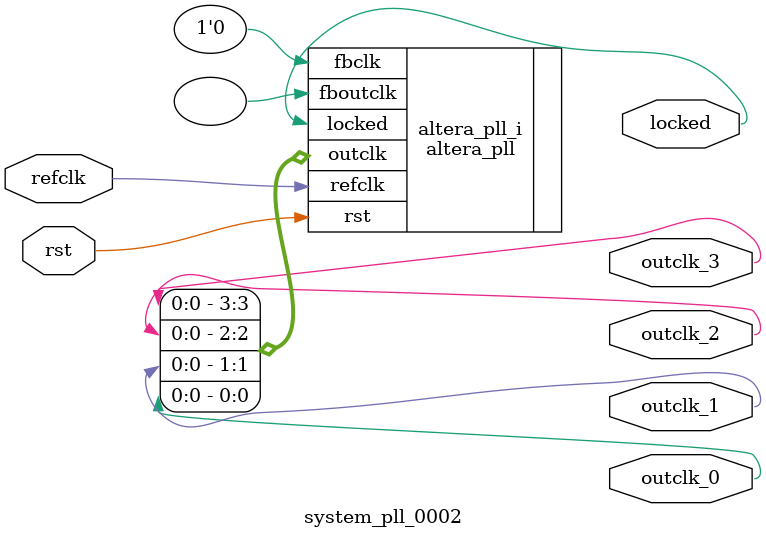
<source format=v>
`timescale 1ns/10ps
module  system_pll_0002(

	// interface 'refclk'
	input wire refclk,

	// interface 'reset'
	input wire rst,

	// interface 'outclk0'
	output wire outclk_0,

	// interface 'outclk1'
	output wire outclk_1,

	// interface 'outclk2'
	output wire outclk_2,

	// interface 'outclk3'
	output wire outclk_3,

	// interface 'locked'
	output wire locked
);

	altera_pll #(
		.fractional_vco_multiplier("false"),
		.reference_clock_frequency("50.0 MHz"),
		.operation_mode("direct"),
		.number_of_clocks(4),
		.output_clock_frequency0("75.000000 MHz"),
		.phase_shift0("0 ps"),
		.duty_cycle0(50),
		.output_clock_frequency1("49.038461 MHz"),
		.phase_shift1("0 ps"),
		.duty_cycle1(50),
		.output_clock_frequency2("25.000000 MHz"),
		.phase_shift2("0 ps"),
		.duty_cycle2(50),
		.output_clock_frequency3("19.921875 MHz"),
		.phase_shift3("0 ps"),
		.duty_cycle3(50),
		.output_clock_frequency4("0 MHz"),
		.phase_shift4("0 ps"),
		.duty_cycle4(50),
		.output_clock_frequency5("0 MHz"),
		.phase_shift5("0 ps"),
		.duty_cycle5(50),
		.output_clock_frequency6("0 MHz"),
		.phase_shift6("0 ps"),
		.duty_cycle6(50),
		.output_clock_frequency7("0 MHz"),
		.phase_shift7("0 ps"),
		.duty_cycle7(50),
		.output_clock_frequency8("0 MHz"),
		.phase_shift8("0 ps"),
		.duty_cycle8(50),
		.output_clock_frequency9("0 MHz"),
		.phase_shift9("0 ps"),
		.duty_cycle9(50),
		.output_clock_frequency10("0 MHz"),
		.phase_shift10("0 ps"),
		.duty_cycle10(50),
		.output_clock_frequency11("0 MHz"),
		.phase_shift11("0 ps"),
		.duty_cycle11(50),
		.output_clock_frequency12("0 MHz"),
		.phase_shift12("0 ps"),
		.duty_cycle12(50),
		.output_clock_frequency13("0 MHz"),
		.phase_shift13("0 ps"),
		.duty_cycle13(50),
		.output_clock_frequency14("0 MHz"),
		.phase_shift14("0 ps"),
		.duty_cycle14(50),
		.output_clock_frequency15("0 MHz"),
		.phase_shift15("0 ps"),
		.duty_cycle15(50),
		.output_clock_frequency16("0 MHz"),
		.phase_shift16("0 ps"),
		.duty_cycle16(50),
		.output_clock_frequency17("0 MHz"),
		.phase_shift17("0 ps"),
		.duty_cycle17(50),
		.pll_type("General"),
		.pll_subtype("General")
	) altera_pll_i (
		.rst	(rst),
		.outclk	({outclk_3, outclk_2, outclk_1, outclk_0}),
		.locked	(locked),
		.fboutclk	( ),
		.fbclk	(1'b0),
		.refclk	(refclk)
	);
endmodule


</source>
